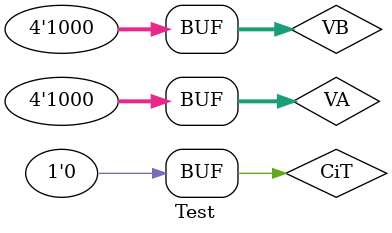
<source format=v>
`timescale 1ns / 1ps


module Test;

	// Inputs
	reg [3:0] VA;
	reg [3:0] VB;
	reg CiT;

	// Outputs
	wire [4:0] St;

	// Instantiate the Unit Under Test (UUT)
	sumT uut (
		.VA(VA), 
		.VB(VB), 
		.CiT(CiT), 
		.St(St)
	);

	initial begin
		// Initialize Inputs
		VA = 0;
		VB = 0;
		CiT = 0;

		// Wait 100 ns for global reset to finish
		#100;
		
		VA = 1;
		VB = 15;
		CiT = 0;
		#100;
		
		VA = 2;
		VB = 14;
		CiT = 1;
		#100;
		
		VA = 3;
		VB = 13;
		CiT = 0;
		#100;
		
		VA = 4;
		VB = 12;
		CiT = 1;
		#100;
		
		VA = 5;
		VB = 11;
		CiT = 0;
		#100;
		
		VA = 6;
		VB = 10;
		CiT = 1;
		#100;
		
		VA = 7;
		VB = 9;
		CiT = 0;
		#100;
		
		VA = 8;
		VB = 8;
		CiT = 0;
		#100;
        
		// Add stimulus here

	end
      
endmodule


</source>
